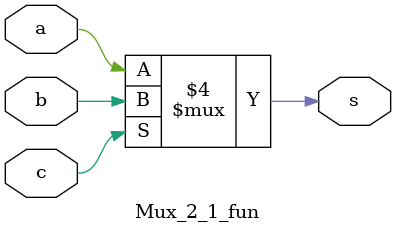
<source format=v>
module Mux_2_1_fun (

input a,b,c,
output reg s);

always@(c,a,b)

begin
	if(c==1'b0)
		s=a;
		
	else 
		s=b;

end

endmodule 
</source>
